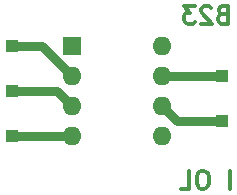
<source format=gbr>
G04 #@! TF.FileFunction,Copper,L2,Bot,Signal*
%FSLAX46Y46*%
G04 Gerber Fmt 4.6, Leading zero omitted, Abs format (unit mm)*
G04 Created by KiCad (PCBNEW 4.0.7) date 01/25/19 00:02:05*
%MOMM*%
%LPD*%
G01*
G04 APERTURE LIST*
%ADD10C,0.100000*%
%ADD11C,0.300000*%
%ADD12R,1.000000X1.000000*%
%ADD13R,1.600000X1.600000*%
%ADD14O,1.600000X1.600000*%
%ADD15C,0.750000*%
G04 APERTURE END LIST*
D10*
D11*
X159444286Y-103548571D02*
X159444286Y-102048571D01*
X157301429Y-102048571D02*
X157015715Y-102048571D01*
X156872857Y-102120000D01*
X156730000Y-102262857D01*
X156658572Y-102548571D01*
X156658572Y-103048571D01*
X156730000Y-103334286D01*
X156872857Y-103477143D01*
X157015715Y-103548571D01*
X157301429Y-103548571D01*
X157444286Y-103477143D01*
X157587143Y-103334286D01*
X157658572Y-103048571D01*
X157658572Y-102548571D01*
X157587143Y-102262857D01*
X157444286Y-102120000D01*
X157301429Y-102048571D01*
X155301428Y-103548571D02*
X156015714Y-103548571D01*
X156015714Y-102048571D01*
X158801428Y-88792857D02*
X158587142Y-88864286D01*
X158515714Y-88935714D01*
X158444285Y-89078571D01*
X158444285Y-89292857D01*
X158515714Y-89435714D01*
X158587142Y-89507143D01*
X158730000Y-89578571D01*
X159301428Y-89578571D01*
X159301428Y-88078571D01*
X158801428Y-88078571D01*
X158658571Y-88150000D01*
X158587142Y-88221429D01*
X158515714Y-88364286D01*
X158515714Y-88507143D01*
X158587142Y-88650000D01*
X158658571Y-88721429D01*
X158801428Y-88792857D01*
X159301428Y-88792857D01*
X157872857Y-88221429D02*
X157801428Y-88150000D01*
X157658571Y-88078571D01*
X157301428Y-88078571D01*
X157158571Y-88150000D01*
X157087142Y-88221429D01*
X157015714Y-88364286D01*
X157015714Y-88507143D01*
X157087142Y-88721429D01*
X157944285Y-89578571D01*
X157015714Y-89578571D01*
X156515714Y-88078571D02*
X155587143Y-88078571D01*
X156087143Y-88650000D01*
X155872857Y-88650000D01*
X155730000Y-88721429D01*
X155658571Y-88792857D01*
X155587143Y-88935714D01*
X155587143Y-89292857D01*
X155658571Y-89435714D01*
X155730000Y-89507143D01*
X155872857Y-89578571D01*
X156301429Y-89578571D01*
X156444286Y-89507143D01*
X156515714Y-89435714D01*
D12*
X158750000Y-93980000D03*
X140970000Y-99060000D03*
X140970000Y-95250000D03*
X140970000Y-91440000D03*
X158750000Y-97790000D03*
D13*
X146050000Y-91440000D03*
D14*
X153670000Y-99060000D03*
X146050000Y-93980000D03*
X153670000Y-96520000D03*
X146050000Y-96520000D03*
X153670000Y-93980000D03*
X146050000Y-99060000D03*
X153670000Y-91440000D03*
D15*
X158750000Y-93980000D02*
X153670000Y-93980000D01*
X140970000Y-99060000D02*
X146050000Y-99060000D01*
X140970000Y-95250000D02*
X144780000Y-95250000D01*
X144780000Y-95250000D02*
X146050000Y-96520000D01*
X140970000Y-91440000D02*
X143510000Y-91440000D01*
X143510000Y-91440000D02*
X146050000Y-93980000D01*
X158750000Y-97790000D02*
X154940000Y-97790000D01*
X154940000Y-97790000D02*
X153670000Y-96520000D01*
M02*

</source>
